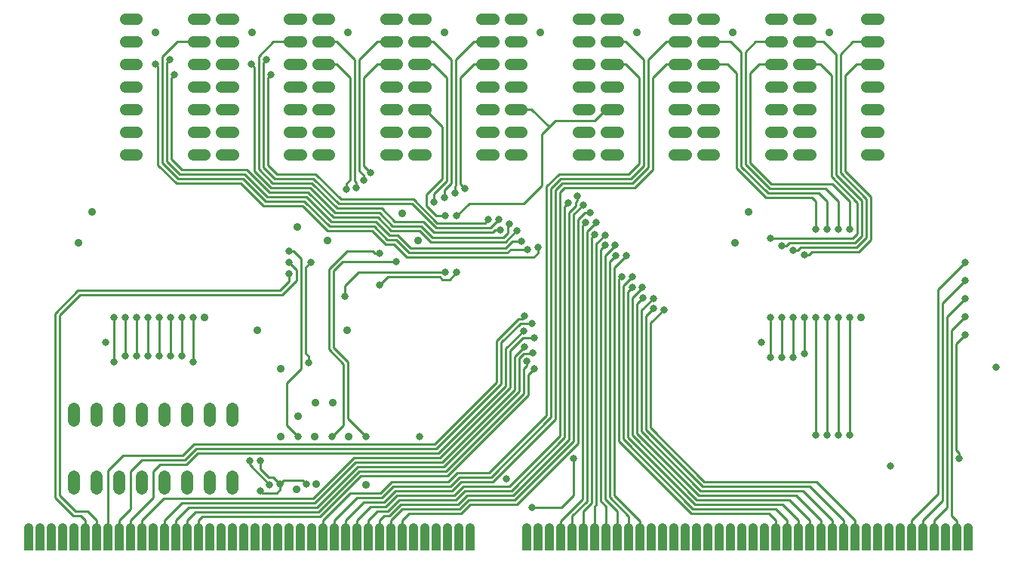
<source format=gbr>
G04 EAGLE Gerber RS-274X export*
G75*
%MOMM*%
%FSLAX34Y34*%
%LPD*%
%INBottom Copper*%
%IPPOS*%
%AMOC8*
5,1,8,0,0,1.08239X$1,22.5*%
G01*
%ADD10C,1.041400*%
%ADD11R,1.041400X2.032000*%
%ADD12C,1.320800*%
%ADD13C,1.308000*%
%ADD14C,0.906400*%
%ADD15C,0.806400*%
%ADD16C,0.254000*%


D10*
X63500Y25400D02*
X63500Y14986D01*
D11*
X63500Y10160D03*
D10*
X76200Y14986D02*
X76200Y25400D01*
D11*
X76200Y10160D03*
D10*
X88900Y14986D02*
X88900Y25400D01*
D11*
X88900Y10160D03*
D10*
X101600Y14986D02*
X101600Y25400D01*
D11*
X101600Y10160D03*
D10*
X114300Y14986D02*
X114300Y25400D01*
D11*
X114300Y10160D03*
D10*
X127000Y14986D02*
X127000Y25400D01*
D11*
X127000Y10160D03*
D10*
X139700Y14986D02*
X139700Y25400D01*
D11*
X139700Y10160D03*
D10*
X152400Y14986D02*
X152400Y25400D01*
D11*
X152400Y10160D03*
D10*
X165100Y14986D02*
X165100Y25400D01*
D11*
X165100Y10160D03*
D10*
X177800Y14986D02*
X177800Y25400D01*
D11*
X177800Y10160D03*
D10*
X190500Y14986D02*
X190500Y25400D01*
D11*
X190500Y10160D03*
D10*
X203200Y14986D02*
X203200Y25400D01*
D11*
X203200Y10160D03*
D10*
X215900Y14986D02*
X215900Y25400D01*
D11*
X215900Y10160D03*
D10*
X228600Y14986D02*
X228600Y25400D01*
D11*
X228600Y10160D03*
D10*
X241300Y14986D02*
X241300Y25400D01*
D11*
X241300Y10160D03*
D10*
X254000Y14986D02*
X254000Y25400D01*
D11*
X254000Y10160D03*
D10*
X266700Y14986D02*
X266700Y25400D01*
D11*
X266700Y10160D03*
D10*
X279400Y14986D02*
X279400Y25400D01*
D11*
X279400Y10160D03*
D10*
X292100Y14986D02*
X292100Y25400D01*
D11*
X292100Y10160D03*
D10*
X304800Y14986D02*
X304800Y25400D01*
D11*
X304800Y10160D03*
D10*
X317500Y14986D02*
X317500Y25400D01*
D11*
X317500Y10160D03*
D10*
X330200Y14986D02*
X330200Y25400D01*
D11*
X330200Y10160D03*
D10*
X342900Y14986D02*
X342900Y25400D01*
D11*
X342900Y10160D03*
D10*
X355600Y14986D02*
X355600Y25400D01*
D11*
X355600Y10160D03*
D10*
X368300Y14986D02*
X368300Y25400D01*
D11*
X368300Y10160D03*
D10*
X381000Y14986D02*
X381000Y25400D01*
D11*
X381000Y10160D03*
D10*
X393700Y14986D02*
X393700Y25400D01*
D11*
X393700Y10160D03*
D10*
X406400Y14986D02*
X406400Y25400D01*
D11*
X406400Y10160D03*
D10*
X419100Y14986D02*
X419100Y25400D01*
D11*
X419100Y10160D03*
D10*
X431800Y14986D02*
X431800Y25400D01*
D11*
X431800Y10160D03*
D10*
X444500Y14986D02*
X444500Y25400D01*
D11*
X444500Y10160D03*
D10*
X457200Y14986D02*
X457200Y25400D01*
D11*
X457200Y10160D03*
D10*
X469900Y14986D02*
X469900Y25400D01*
D11*
X469900Y10160D03*
D10*
X482600Y14986D02*
X482600Y25400D01*
D11*
X482600Y10160D03*
D10*
X495300Y14986D02*
X495300Y25400D01*
D11*
X495300Y10160D03*
D10*
X508000Y14986D02*
X508000Y25400D01*
D11*
X508000Y10160D03*
D10*
X520700Y14986D02*
X520700Y25400D01*
D11*
X520700Y10160D03*
D10*
X533400Y14986D02*
X533400Y25400D01*
D11*
X533400Y10160D03*
D10*
X546100Y14986D02*
X546100Y25400D01*
D11*
X546100Y10160D03*
D10*
X558800Y14986D02*
X558800Y25400D01*
D11*
X558800Y10160D03*
D10*
X622300Y14986D02*
X622300Y25400D01*
D11*
X622300Y10160D03*
D10*
X635000Y14986D02*
X635000Y25400D01*
D11*
X635000Y10160D03*
D10*
X647700Y14986D02*
X647700Y25400D01*
D11*
X647700Y10160D03*
D10*
X660400Y14986D02*
X660400Y25400D01*
D11*
X660400Y10160D03*
D10*
X673100Y14986D02*
X673100Y25400D01*
D11*
X673100Y10160D03*
D10*
X685800Y14986D02*
X685800Y25400D01*
D11*
X685800Y10160D03*
D10*
X698500Y14986D02*
X698500Y25400D01*
D11*
X698500Y10160D03*
D10*
X711200Y14986D02*
X711200Y25400D01*
D11*
X711200Y10160D03*
D10*
X723900Y14986D02*
X723900Y25400D01*
D11*
X723900Y10160D03*
D10*
X736600Y14986D02*
X736600Y25400D01*
D11*
X736600Y10160D03*
D10*
X749300Y14986D02*
X749300Y25400D01*
D11*
X749300Y10160D03*
D10*
X762000Y14986D02*
X762000Y25400D01*
D11*
X762000Y10160D03*
D10*
X774700Y14986D02*
X774700Y25400D01*
D11*
X774700Y10160D03*
D10*
X787400Y14986D02*
X787400Y25400D01*
D11*
X787400Y10160D03*
D10*
X800100Y14986D02*
X800100Y25400D01*
D11*
X800100Y10160D03*
D10*
X812800Y14986D02*
X812800Y25400D01*
D11*
X812800Y10160D03*
D10*
X825500Y14986D02*
X825500Y25400D01*
D11*
X825500Y10160D03*
D10*
X838200Y14986D02*
X838200Y25400D01*
D11*
X838200Y10160D03*
D10*
X850900Y14986D02*
X850900Y25400D01*
D11*
X850900Y10160D03*
D10*
X863600Y14986D02*
X863600Y25400D01*
D11*
X863600Y10160D03*
D10*
X876300Y14986D02*
X876300Y25400D01*
D11*
X876300Y10160D03*
D10*
X889000Y14986D02*
X889000Y25400D01*
D11*
X889000Y10160D03*
D10*
X901700Y14986D02*
X901700Y25400D01*
D11*
X901700Y10160D03*
D10*
X914400Y14986D02*
X914400Y25400D01*
D11*
X914400Y10160D03*
D10*
X927100Y14986D02*
X927100Y25400D01*
D11*
X927100Y10160D03*
D10*
X939800Y14986D02*
X939800Y25400D01*
D11*
X939800Y10160D03*
D10*
X952500Y14986D02*
X952500Y25400D01*
D11*
X952500Y10160D03*
D10*
X965200Y14986D02*
X965200Y25400D01*
D11*
X965200Y10160D03*
D10*
X977900Y14986D02*
X977900Y25400D01*
D11*
X977900Y10160D03*
D10*
X990600Y14986D02*
X990600Y25400D01*
D11*
X990600Y10160D03*
D10*
X1003300Y14986D02*
X1003300Y25400D01*
D11*
X1003300Y10160D03*
D10*
X1016000Y14986D02*
X1016000Y25400D01*
D11*
X1016000Y10160D03*
D10*
X1028700Y14986D02*
X1028700Y25400D01*
D11*
X1028700Y10160D03*
D10*
X1041400Y14986D02*
X1041400Y25400D01*
D11*
X1041400Y10160D03*
D10*
X1054100Y14986D02*
X1054100Y25400D01*
D11*
X1054100Y10160D03*
D10*
X1066800Y14986D02*
X1066800Y25400D01*
D11*
X1066800Y10160D03*
D10*
X1079500Y14986D02*
X1079500Y25400D01*
D11*
X1079500Y10160D03*
D10*
X1092200Y14986D02*
X1092200Y25400D01*
D11*
X1092200Y10160D03*
D10*
X1104900Y14986D02*
X1104900Y25400D01*
D11*
X1104900Y10160D03*
D10*
X1117600Y14986D02*
X1117600Y25400D01*
D11*
X1117600Y10160D03*
D12*
X114300Y69596D02*
X114300Y82804D01*
X139700Y82804D02*
X139700Y69596D01*
X266700Y69596D02*
X266700Y82804D01*
X292100Y82804D02*
X292100Y69596D01*
X165100Y69596D02*
X165100Y82804D01*
X190500Y82804D02*
X190500Y69596D01*
X241300Y69596D02*
X241300Y82804D01*
X215900Y82804D02*
X215900Y69596D01*
X292100Y145796D02*
X292100Y159004D01*
X266700Y159004D02*
X266700Y145796D01*
X241300Y145796D02*
X241300Y159004D01*
X215900Y159004D02*
X215900Y145796D01*
X190500Y145796D02*
X190500Y159004D01*
X165100Y159004D02*
X165100Y145796D01*
X139700Y145796D02*
X139700Y159004D01*
X114300Y159004D02*
X114300Y145796D01*
D13*
X171260Y596900D02*
X184340Y596900D01*
X184340Y571500D02*
X171260Y571500D01*
X171260Y546100D02*
X184340Y546100D01*
X184340Y520700D02*
X171260Y520700D01*
X171260Y495300D02*
X184340Y495300D01*
X184340Y444500D02*
X171260Y444500D01*
X247460Y444500D02*
X260540Y444500D01*
X260540Y495300D02*
X247460Y495300D01*
X247460Y546100D02*
X260540Y546100D01*
X260540Y571500D02*
X247460Y571500D01*
X247460Y596900D02*
X260540Y596900D01*
X184340Y469900D02*
X171260Y469900D01*
X247460Y469900D02*
X260540Y469900D01*
X260540Y520700D02*
X247460Y520700D01*
X279210Y596900D02*
X292290Y596900D01*
X292290Y571500D02*
X279210Y571500D01*
X279210Y546100D02*
X292290Y546100D01*
X292290Y520700D02*
X279210Y520700D01*
X279210Y495300D02*
X292290Y495300D01*
X292290Y444500D02*
X279210Y444500D01*
X355410Y444500D02*
X368490Y444500D01*
X368490Y495300D02*
X355410Y495300D01*
X355410Y546100D02*
X368490Y546100D01*
X368490Y571500D02*
X355410Y571500D01*
X355410Y596900D02*
X368490Y596900D01*
X292290Y469900D02*
X279210Y469900D01*
X355410Y469900D02*
X368490Y469900D01*
X368490Y520700D02*
X355410Y520700D01*
X387160Y596900D02*
X400240Y596900D01*
X400240Y571500D02*
X387160Y571500D01*
X387160Y546100D02*
X400240Y546100D01*
X400240Y520700D02*
X387160Y520700D01*
X387160Y495300D02*
X400240Y495300D01*
X400240Y444500D02*
X387160Y444500D01*
X463360Y444500D02*
X476440Y444500D01*
X476440Y495300D02*
X463360Y495300D01*
X463360Y546100D02*
X476440Y546100D01*
X476440Y571500D02*
X463360Y571500D01*
X463360Y596900D02*
X476440Y596900D01*
X400240Y469900D02*
X387160Y469900D01*
X463360Y469900D02*
X476440Y469900D01*
X476440Y520700D02*
X463360Y520700D01*
X495110Y596900D02*
X508190Y596900D01*
X508190Y571500D02*
X495110Y571500D01*
X495110Y546100D02*
X508190Y546100D01*
X508190Y520700D02*
X495110Y520700D01*
X495110Y495300D02*
X508190Y495300D01*
X508190Y444500D02*
X495110Y444500D01*
X571310Y444500D02*
X584390Y444500D01*
X584390Y495300D02*
X571310Y495300D01*
X571310Y546100D02*
X584390Y546100D01*
X584390Y571500D02*
X571310Y571500D01*
X571310Y596900D02*
X584390Y596900D01*
X508190Y469900D02*
X495110Y469900D01*
X571310Y469900D02*
X584390Y469900D01*
X584390Y520700D02*
X571310Y520700D01*
X603060Y596900D02*
X616140Y596900D01*
X616140Y571500D02*
X603060Y571500D01*
X603060Y546100D02*
X616140Y546100D01*
X616140Y520700D02*
X603060Y520700D01*
X603060Y495300D02*
X616140Y495300D01*
X616140Y444500D02*
X603060Y444500D01*
X679260Y444500D02*
X692340Y444500D01*
X692340Y495300D02*
X679260Y495300D01*
X679260Y546100D02*
X692340Y546100D01*
X692340Y571500D02*
X679260Y571500D01*
X679260Y596900D02*
X692340Y596900D01*
X616140Y469900D02*
X603060Y469900D01*
X679260Y469900D02*
X692340Y469900D01*
X692340Y520700D02*
X679260Y520700D01*
X711010Y596900D02*
X724090Y596900D01*
X724090Y571500D02*
X711010Y571500D01*
X711010Y546100D02*
X724090Y546100D01*
X724090Y520700D02*
X711010Y520700D01*
X711010Y495300D02*
X724090Y495300D01*
X724090Y444500D02*
X711010Y444500D01*
X787210Y444500D02*
X800290Y444500D01*
X800290Y495300D02*
X787210Y495300D01*
X787210Y546100D02*
X800290Y546100D01*
X800290Y571500D02*
X787210Y571500D01*
X787210Y596900D02*
X800290Y596900D01*
X724090Y469900D02*
X711010Y469900D01*
X787210Y469900D02*
X800290Y469900D01*
X800290Y520700D02*
X787210Y520700D01*
X818960Y596900D02*
X832040Y596900D01*
X832040Y571500D02*
X818960Y571500D01*
X818960Y546100D02*
X832040Y546100D01*
X832040Y520700D02*
X818960Y520700D01*
X818960Y495300D02*
X832040Y495300D01*
X832040Y444500D02*
X818960Y444500D01*
X895160Y444500D02*
X908240Y444500D01*
X908240Y495300D02*
X895160Y495300D01*
X895160Y546100D02*
X908240Y546100D01*
X908240Y571500D02*
X895160Y571500D01*
X895160Y596900D02*
X908240Y596900D01*
X832040Y469900D02*
X818960Y469900D01*
X895160Y469900D02*
X908240Y469900D01*
X908240Y520700D02*
X895160Y520700D01*
X926910Y596900D02*
X939990Y596900D01*
X939990Y571500D02*
X926910Y571500D01*
X926910Y546100D02*
X939990Y546100D01*
X939990Y520700D02*
X926910Y520700D01*
X926910Y495300D02*
X939990Y495300D01*
X939990Y444500D02*
X926910Y444500D01*
X1003110Y444500D02*
X1016190Y444500D01*
X1016190Y495300D02*
X1003110Y495300D01*
X1003110Y546100D02*
X1016190Y546100D01*
X1016190Y571500D02*
X1003110Y571500D01*
X1003110Y596900D02*
X1016190Y596900D01*
X939990Y469900D02*
X926910Y469900D01*
X1003110Y469900D02*
X1016190Y469900D01*
X1016190Y520700D02*
X1003110Y520700D01*
D14*
X260350Y261620D03*
X320040Y247650D03*
X420370Y247650D03*
X996950Y261620D03*
X365100Y151130D03*
X404470Y166370D03*
X482600Y378460D03*
X364490Y363220D03*
X205740Y581660D03*
X313690Y581660D03*
X421640Y581660D03*
X529590Y581660D03*
X637540Y581660D03*
X745490Y581660D03*
X853440Y581660D03*
X961390Y581660D03*
X119380Y345440D03*
X855980Y345440D03*
D15*
X1148690Y205740D03*
X1029970Y95250D03*
X598898Y80732D03*
X501650Y127722D03*
D14*
X441960Y74208D03*
X386080Y74930D03*
X363942Y68580D03*
D15*
X149860Y233800D03*
X885190Y233800D03*
D14*
X871220Y380492D03*
X134620Y380492D03*
X346100Y204470D03*
X346100Y128270D03*
X384200Y128270D03*
X422300Y128270D03*
X384810Y166370D03*
X398780Y347980D03*
X500380Y347980D03*
D15*
X345440Y74930D03*
D16*
X345440Y68580D01*
X341630Y64770D01*
X325294Y64770D02*
X323302Y66762D01*
D15*
X323302Y66762D03*
D16*
X325294Y64770D02*
X341630Y64770D01*
D15*
X374476Y74930D03*
D16*
X370666Y78740D01*
X349250Y78740D01*
X345440Y74930D01*
X337820Y82550D01*
X332304Y82550D01*
X323196Y91658D02*
X323196Y100878D01*
D15*
X323196Y100878D03*
D16*
X323196Y91658D02*
X332304Y82550D01*
D15*
X333559Y74111D03*
D16*
X311150Y96520D01*
X311150Y100878D01*
D15*
X311150Y100878D03*
X441960Y128270D03*
D16*
X421640Y148590D01*
X421640Y211654D02*
X405130Y228164D01*
X415038Y324034D02*
X475164Y324034D01*
D15*
X475164Y324034D03*
D16*
X421640Y211654D02*
X421640Y148590D01*
X405130Y228164D02*
X405130Y314126D01*
X415038Y324034D01*
D15*
X403860Y128270D03*
D16*
X416560Y140970D01*
X416560Y209550D02*
X400050Y226060D01*
X400050Y316230D01*
X420370Y336550D01*
X449287Y336550D01*
X451974Y333864D01*
X457054Y333864D01*
D15*
X457054Y333864D03*
D16*
X416560Y209550D02*
X416560Y140970D01*
D15*
X365760Y128270D03*
D16*
X353060Y140970D01*
X369022Y328208D02*
X360680Y336550D01*
X355600Y336550D01*
D15*
X355600Y336550D03*
D16*
X353060Y187960D02*
X353060Y140970D01*
X353060Y187960D02*
X369022Y203922D01*
X369022Y328208D01*
D15*
X377364Y210820D03*
D16*
X377364Y218266D01*
X374102Y221528D01*
X374102Y318222D02*
X379730Y323850D01*
D15*
X379730Y323850D03*
D16*
X374102Y318222D02*
X374102Y221528D01*
X139700Y34290D02*
X139700Y25400D01*
X115570Y44450D02*
X97790Y62230D01*
X129540Y44450D02*
X139700Y34290D01*
X129540Y44450D02*
X115570Y44450D01*
D15*
X355600Y323850D03*
D16*
X97790Y264160D02*
X97790Y62230D01*
X97790Y264160D02*
X120650Y287020D01*
X347544Y287020D02*
X363942Y303418D01*
X363942Y315508D02*
X355600Y323850D01*
X347544Y287020D02*
X120650Y287020D01*
X363942Y303418D02*
X363942Y315508D01*
X127000Y34290D02*
X127000Y25400D01*
X127000Y34290D02*
X121920Y39370D01*
X113030Y39370D02*
X92710Y59690D01*
X113030Y39370D02*
X121920Y39370D01*
D15*
X355600Y311150D03*
D16*
X118546Y292100D02*
X92710Y266264D01*
X92710Y59690D01*
X345440Y292100D02*
X355600Y302260D01*
X355600Y311150D01*
X345440Y292100D02*
X118546Y292100D01*
D15*
X247650Y261620D03*
D16*
X247650Y212090D01*
D15*
X247650Y212090D03*
X234950Y261620D03*
X234950Y218440D03*
D16*
X234950Y261620D01*
D15*
X222250Y261620D03*
X222250Y218440D03*
D16*
X222250Y261620D01*
D15*
X209550Y261620D03*
X209550Y218440D03*
D16*
X209550Y261620D01*
D15*
X196850Y261620D03*
X196850Y218440D03*
D16*
X196850Y261620D01*
D15*
X184150Y261620D03*
X184150Y218440D03*
D16*
X184150Y261620D01*
D15*
X171450Y261620D03*
X171450Y218440D03*
D16*
X171450Y261620D01*
D15*
X158750Y261620D03*
D16*
X158750Y212090D01*
D15*
X158750Y212090D03*
X895350Y261620D03*
X895350Y217170D03*
D16*
X895350Y261620D01*
D15*
X908050Y261620D03*
X908050Y217170D03*
D16*
X908050Y261620D01*
D15*
X920750Y261620D03*
X920750Y217170D03*
D16*
X920750Y261620D01*
D15*
X946150Y261620D03*
X946150Y129540D03*
D16*
X946150Y261620D01*
X924560Y62230D02*
X952500Y34290D01*
X814867Y62230D02*
X745490Y131607D01*
X814867Y62230D02*
X924560Y62230D01*
X745490Y277402D02*
X752204Y284116D01*
D15*
X752204Y284116D03*
D16*
X745490Y277402D02*
X745490Y131607D01*
X952500Y34290D02*
X952500Y25400D01*
D15*
X602242Y366869D03*
D16*
X600884Y356703D02*
X595997Y351816D01*
X600884Y365511D02*
X602242Y366869D01*
X600884Y365511D02*
X600884Y356703D01*
X595997Y351816D02*
X516067Y351816D01*
X503393Y364490D01*
X471606Y364490D01*
X456914Y379182D01*
X406985Y379182D02*
X378497Y407670D01*
X406985Y379182D02*
X456914Y379182D01*
X334882Y407670D02*
X316230Y426322D01*
X334882Y407670D02*
X378497Y407670D01*
X316230Y542838D02*
X312968Y546100D01*
D15*
X312968Y546100D03*
D16*
X316230Y542838D02*
X316230Y426322D01*
X932180Y67310D02*
X965200Y34290D01*
X816971Y67310D02*
X750570Y133711D01*
X816971Y67310D02*
X932180Y67310D01*
X750570Y269972D02*
X763808Y283210D01*
D15*
X763808Y283210D03*
D16*
X750570Y269972D02*
X750570Y133711D01*
X965200Y34290D02*
X965200Y25400D01*
D15*
X592542Y360158D03*
D16*
X586498Y360158D01*
X583410Y357070D01*
X517997Y357070D01*
X505497Y369570D01*
X473710Y369570D02*
X459018Y384262D01*
X473710Y369570D02*
X505497Y369570D01*
X409090Y384262D02*
X380602Y412750D01*
X409090Y384262D02*
X459018Y384262D01*
X336986Y412750D02*
X321310Y428426D01*
X336986Y412750D02*
X380602Y412750D01*
X321310Y554990D02*
X337820Y571500D01*
X361950Y571500D01*
X321310Y554990D02*
X321310Y428426D01*
X939800Y72390D02*
X977900Y34290D01*
X819076Y72390D02*
X755650Y135816D01*
X819076Y72390D02*
X939800Y72390D01*
X755650Y263255D02*
X764001Y271606D01*
D15*
X764001Y271606D03*
D16*
X755650Y263255D02*
X755650Y135816D01*
X977900Y34290D02*
X977900Y25400D01*
D15*
X590724Y371762D03*
D16*
X587462Y368500D01*
X587462Y368307D01*
X581305Y362150D01*
X520102Y362150D01*
X492910Y389342D01*
X411194Y389342D02*
X382706Y417830D01*
X339090Y417830D01*
X411194Y389342D02*
X492910Y389342D01*
X339090Y417830D02*
X326390Y430530D01*
X326390Y547918D02*
X329652Y551180D01*
D15*
X329652Y551180D03*
D16*
X326390Y547918D02*
X326390Y430530D01*
X947420Y77470D02*
X990600Y34290D01*
X821180Y77470D02*
X760730Y137920D01*
X821180Y77470D02*
X947420Y77470D01*
X760730Y255635D02*
X775605Y270510D01*
D15*
X775605Y270510D03*
D16*
X760730Y255635D02*
X760730Y137920D01*
X990600Y34290D02*
X990600Y25400D01*
D15*
X579120Y371762D03*
D16*
X575310Y367952D01*
X521484Y367952D01*
X495014Y394422D01*
X413298Y394422D02*
X384810Y422910D01*
X341630Y422910D01*
X413298Y394422D02*
X495014Y394422D01*
X341630Y422910D02*
X331470Y433070D01*
X331470Y531234D02*
X334732Y534496D01*
D15*
X334732Y534496D03*
D16*
X331470Y531234D02*
X331470Y433070D01*
D15*
X417830Y285750D03*
D16*
X417830Y297180D01*
X433070Y312420D02*
X530860Y312420D01*
D15*
X530860Y312420D03*
D16*
X433070Y312420D02*
X417830Y297180D01*
D15*
X530860Y376294D03*
D16*
X520326Y376294D01*
X509270Y387350D01*
X509270Y400050D01*
X527050Y417830D01*
X527050Y476250D02*
X508000Y495300D01*
X501650Y495300D01*
X527050Y476250D02*
X527050Y417830D01*
D15*
X457200Y298450D03*
D16*
X466090Y307340D01*
D15*
X543560Y312420D03*
D16*
X527405Y304078D02*
X524143Y307340D01*
X527405Y304078D02*
X535218Y304078D01*
X543560Y312420D01*
D15*
X543560Y376294D03*
D16*
X557156Y389890D01*
X618490Y389890D02*
X638810Y410210D01*
X524143Y307340D02*
X466090Y307340D01*
X557156Y389890D02*
X618490Y389890D01*
X647065Y475615D02*
X627380Y495300D01*
X609600Y495300D01*
X638810Y467360D02*
X638810Y410210D01*
X647065Y475615D02*
X654050Y482600D01*
X647065Y475615D02*
X638810Y467360D01*
X711200Y495300D02*
X717550Y495300D01*
X711200Y495300D02*
X698500Y482600D01*
X654050Y482600D01*
X684530Y57586D02*
X660400Y33456D01*
X684530Y365430D02*
X687792Y368692D01*
D15*
X687792Y368692D03*
D16*
X684530Y365430D02*
X684530Y57586D01*
X660400Y33456D02*
X660400Y25400D01*
D15*
X447040Y424180D03*
D16*
X439420Y431800D02*
X439420Y530860D01*
X439420Y431800D02*
X447040Y424180D01*
X439420Y530860D02*
X454660Y546100D01*
X469900Y546100D01*
X689610Y55482D02*
X673100Y38972D01*
X689610Y358514D02*
X699396Y368300D01*
D15*
X699396Y368300D03*
D16*
X689610Y358514D02*
X689610Y55482D01*
X673100Y38972D02*
X673100Y25400D01*
D15*
X438835Y415838D03*
D16*
X454660Y571500D02*
X469900Y571500D01*
X438835Y421858D02*
X438835Y415838D01*
X438835Y421858D02*
X434340Y426353D01*
X434340Y551180D02*
X454660Y571500D01*
X434340Y551180D02*
X434340Y426353D01*
X694690Y53377D02*
X685800Y44487D01*
X694690Y351797D02*
X697952Y355059D01*
D15*
X697952Y355059D03*
D16*
X694690Y351797D02*
X694690Y53377D01*
X685800Y44487D02*
X685800Y25400D01*
D15*
X430766Y407496D03*
D16*
X430766Y413379D01*
X429223Y414923D01*
X429223Y551217D02*
X408940Y571500D01*
X393700Y571500D01*
X429223Y551217D02*
X429223Y414923D01*
X699770Y51273D02*
X698500Y50003D01*
X699770Y344544D02*
X709556Y354330D01*
D15*
X709556Y354330D03*
D16*
X699770Y105410D02*
X699770Y51273D01*
X699770Y105410D02*
X699770Y344544D01*
X698500Y50003D02*
X698500Y25400D01*
D15*
X419162Y405678D03*
D16*
X419162Y411941D01*
X408940Y546100D02*
X393700Y546100D01*
X424143Y416921D02*
X419162Y411941D01*
X424143Y416921D02*
X424143Y530897D01*
X408940Y546100D01*
X704850Y55880D02*
X711200Y49530D01*
X704850Y337827D02*
X709749Y342726D01*
D15*
X709749Y342726D03*
D16*
X704850Y337827D02*
X704850Y55880D01*
X711200Y49530D02*
X711200Y25400D01*
D15*
X552450Y406948D03*
D16*
X547370Y412028D01*
X547370Y530860D01*
X562610Y546100D01*
X577850Y546100D01*
X709930Y57984D02*
X723900Y44014D01*
D15*
X721353Y342900D03*
D16*
X718091Y339638D02*
X718091Y339271D01*
X718091Y339638D02*
X721353Y342900D01*
X718091Y339271D02*
X709930Y331109D01*
X709930Y57984D01*
X723900Y44014D02*
X723900Y25400D01*
D15*
X541119Y401868D03*
D16*
X541119Y409039D01*
X542290Y410210D01*
X542290Y551180D02*
X562610Y571500D01*
X577850Y571500D01*
X542290Y551180D02*
X542290Y410210D01*
X715010Y60089D02*
X736600Y38499D01*
X715010Y324392D02*
X721724Y331106D01*
D15*
X721724Y331106D03*
D16*
X715010Y324392D02*
X715010Y60089D01*
X736600Y38499D02*
X736600Y25400D01*
X529406Y396056D02*
X529406Y405055D01*
X537210Y412859D01*
X537210Y551180D02*
X516890Y571500D01*
X501650Y571500D01*
X537210Y551180D02*
X537210Y412859D01*
D15*
X529406Y396056D03*
D16*
X720090Y62193D02*
X749300Y32983D01*
D15*
X733328Y331470D03*
D16*
X730066Y328208D02*
X730066Y327651D01*
X730066Y328208D02*
X733328Y331470D01*
X730066Y327651D02*
X720090Y317675D01*
X720090Y62193D01*
X749300Y32983D02*
X749300Y25400D01*
X517802Y391708D02*
X517802Y400962D01*
X532130Y530860D02*
X516890Y546100D01*
X501650Y546100D01*
X532130Y415290D02*
X517802Y400962D01*
X532130Y415290D02*
X532130Y530860D01*
D15*
X517802Y391708D03*
D16*
X894080Y41910D02*
X901700Y34290D01*
X806450Y41910D02*
X725170Y123190D01*
X806450Y41910D02*
X894080Y41910D01*
X725170Y304607D02*
X728432Y307869D01*
D15*
X728432Y307869D03*
D16*
X725170Y304607D02*
X725170Y123190D01*
X901700Y34290D02*
X901700Y25400D01*
D15*
X634330Y340341D03*
D16*
X629690Y329478D02*
X487636Y329478D01*
X472944Y344170D01*
X463189Y344170D01*
X448497Y358862D01*
X398568Y358862D02*
X370080Y387350D01*
X398568Y358862D02*
X448497Y358862D01*
X326465Y387350D02*
X301065Y412750D01*
X326465Y387350D02*
X370080Y387350D01*
X228637Y412750D02*
X208280Y433107D01*
X228637Y412750D02*
X301065Y412750D01*
X208280Y542838D02*
X205018Y546100D01*
D15*
X205018Y546100D03*
D16*
X208280Y542838D02*
X208280Y433107D01*
X629690Y329478D02*
X634330Y334119D01*
X634330Y340341D01*
X901700Y46990D02*
X914400Y34290D01*
X808554Y46990D02*
X730250Y125294D01*
X808554Y46990D02*
X901700Y46990D01*
X730250Y297554D02*
X740036Y307340D01*
D15*
X740036Y307340D03*
D16*
X730250Y297554D02*
X730250Y125294D01*
X914400Y34290D02*
X914400Y25400D01*
D15*
X622726Y338122D03*
D16*
X603856Y338122D01*
X600292Y334558D01*
X489740Y334558D01*
X475048Y349250D01*
X465293Y349250D01*
X450601Y363942D01*
X400673Y363942D02*
X372185Y392430D01*
X400673Y363942D02*
X450601Y363942D01*
X328569Y392430D02*
X303169Y417830D01*
X328569Y392430D02*
X372185Y392430D01*
X230742Y417830D02*
X213360Y435212D01*
X230742Y417830D02*
X303169Y417830D01*
X213360Y554990D02*
X229870Y571500D01*
X254000Y571500D01*
X213360Y554990D02*
X213360Y435212D01*
X909320Y52070D02*
X927100Y34290D01*
X810659Y52070D02*
X735330Y127399D01*
X810659Y52070D02*
X909320Y52070D01*
X735330Y290837D02*
X740229Y295736D01*
D15*
X740229Y295736D03*
D16*
X735330Y290837D02*
X735330Y127399D01*
X927100Y34290D02*
X927100Y25400D01*
D15*
X615664Y347470D03*
D16*
X606020Y347470D01*
X598188Y339638D01*
X491845Y339638D01*
X477153Y354330D01*
X467397Y354330D02*
X452705Y369022D01*
X467397Y354330D02*
X477153Y354330D01*
X402777Y369022D02*
X374289Y397510D01*
X402777Y369022D02*
X452705Y369022D01*
X330673Y397510D02*
X305273Y422910D01*
X330673Y397510D02*
X374289Y397510D01*
X232846Y422910D02*
X218440Y437316D01*
X232846Y422910D02*
X305273Y422910D01*
X218440Y547918D02*
X221702Y551180D01*
D15*
X221702Y551180D03*
D16*
X218440Y547918D02*
X218440Y437316D01*
X916940Y57150D02*
X939800Y34290D01*
X812763Y57150D02*
X740410Y129503D01*
X812763Y57150D02*
X916940Y57150D01*
D15*
X751833Y295910D03*
D16*
X748571Y292648D02*
X748571Y292281D01*
X748571Y292648D02*
X751833Y295910D01*
X748571Y292281D02*
X740410Y284119D01*
X740410Y129503D01*
X939800Y34290D02*
X939800Y25400D01*
D15*
X610584Y358800D03*
D16*
X610166Y358800D01*
X598102Y346736D01*
X513963Y346736D02*
X501289Y359410D01*
X469502Y359410D01*
X454810Y374102D01*
X513963Y346736D02*
X598102Y346736D01*
X404881Y374102D02*
X376393Y402590D01*
X404881Y374102D02*
X454810Y374102D01*
X376393Y402590D02*
X332777Y402590D01*
X307377Y427990D01*
X234950Y427990D01*
X223520Y439420D01*
X223520Y531234D02*
X226782Y534496D01*
D15*
X226782Y534496D03*
D16*
X223520Y531234D02*
X223520Y439420D01*
X579630Y87630D02*
X643890Y151890D01*
X544070Y87630D02*
X533910Y77470D01*
X544070Y87630D02*
X579630Y87630D01*
X533910Y77470D02*
X480060Y77470D01*
X424180Y64770D02*
X393700Y34290D01*
X457275Y64770D02*
X469975Y77470D01*
X480060Y77470D01*
X457275Y64770D02*
X424180Y64770D01*
X393700Y34290D02*
X393700Y25400D01*
X643890Y408903D02*
X657897Y422910D01*
X643890Y408903D02*
X643890Y151890D01*
X736600Y422910D02*
X748030Y434340D01*
X736600Y422910D02*
X657897Y422910D01*
X748030Y530860D02*
X732790Y546100D01*
X717550Y546100D01*
X748030Y530860D02*
X748030Y434340D01*
X648970Y149786D02*
X581735Y82550D01*
X546175Y82550D02*
X536015Y72390D01*
X546175Y82550D02*
X581735Y82550D01*
X431800Y59690D02*
X406400Y34290D01*
X431800Y59690D02*
X459379Y59690D01*
X472079Y72390D01*
X536015Y72390D01*
X406400Y34290D02*
X406400Y25400D01*
X648970Y406799D02*
X660002Y417830D01*
X648970Y406799D02*
X648970Y149786D01*
X738704Y417830D02*
X753110Y432236D01*
X738704Y417830D02*
X660002Y417830D01*
X753110Y551180D02*
X732790Y571500D01*
X717550Y571500D01*
X753110Y551180D02*
X753110Y432236D01*
X654050Y147681D02*
X583839Y77470D01*
X548279Y77470D02*
X538119Y67310D01*
X548279Y77470D02*
X583839Y77470D01*
X538119Y67310D02*
X488950Y67310D01*
X439420Y54610D02*
X419100Y34290D01*
X439420Y54610D02*
X461483Y54610D01*
X474183Y67310D02*
X488950Y67310D01*
X474183Y67310D02*
X461483Y54610D01*
X419100Y34290D02*
X419100Y25400D01*
X654050Y404694D02*
X662106Y412750D01*
X654050Y404694D02*
X654050Y147681D01*
X740809Y412750D02*
X758190Y430132D01*
X740809Y412750D02*
X662106Y412750D01*
X758190Y551180D02*
X778510Y571500D01*
X793750Y571500D01*
X758190Y551180D02*
X758190Y430132D01*
X659130Y129067D02*
X602453Y72390D01*
X659130Y129067D02*
X659130Y402590D01*
X550383Y72390D02*
X540223Y62230D01*
X550383Y72390D02*
X602453Y72390D01*
X447040Y49530D02*
X431800Y34290D01*
X447040Y49530D02*
X463587Y49530D01*
X476287Y62230D01*
X540223Y62230D01*
X431800Y34290D02*
X431800Y25400D01*
X659130Y402590D02*
X664210Y407670D01*
X742913Y407670D02*
X763270Y428027D01*
X742913Y407670D02*
X664210Y407670D01*
X763270Y530860D02*
X778510Y546100D01*
X793750Y546100D01*
X763270Y530860D02*
X763270Y428027D01*
X664210Y126963D02*
X604557Y67310D01*
X552487Y67310D02*
X542327Y57150D01*
X552487Y67310D02*
X604557Y67310D01*
X542327Y57150D02*
X488950Y57150D01*
X454660Y44450D02*
X444500Y34290D01*
X454660Y44450D02*
X465692Y44450D01*
X478392Y57150D01*
X488950Y57150D01*
X444500Y34290D02*
X444500Y25400D01*
X664210Y386447D02*
X668394Y390631D01*
D15*
X668394Y390631D03*
D16*
X664210Y386447D02*
X664210Y126963D01*
X669290Y124859D02*
X606662Y62230D01*
X554592Y62230D02*
X544432Y52070D01*
X554592Y62230D02*
X606662Y62230D01*
X462280Y39370D02*
X457200Y34290D01*
X462280Y39370D02*
X467796Y39370D01*
X480496Y52070D01*
X544432Y52070D01*
X457200Y34290D02*
X457200Y25400D01*
D15*
X678554Y398425D03*
D16*
X676736Y391527D02*
X676736Y387176D01*
X676736Y391527D02*
X678554Y393345D01*
X678554Y398425D01*
X669290Y379730D02*
X669290Y124859D01*
X669290Y379730D02*
X676736Y387176D01*
X674370Y122754D02*
X608766Y57150D01*
X556696Y57150D02*
X546536Y46990D01*
X556696Y57150D02*
X584200Y57150D01*
X608766Y57150D01*
X482600Y46990D02*
X469900Y34290D01*
X482600Y46990D02*
X546536Y46990D01*
X469900Y34290D02*
X469900Y25400D01*
X674370Y377364D02*
X685078Y388072D01*
D15*
X685078Y388072D03*
D16*
X674370Y377364D02*
X674370Y122754D01*
X679450Y120650D02*
X610870Y52070D01*
X490220Y41910D02*
X482600Y34290D01*
X490220Y41910D02*
X548640Y41910D01*
X558800Y52070D01*
X610870Y52070D01*
X679450Y120650D02*
X679450Y372147D01*
X482600Y34290D02*
X482600Y25400D01*
X679450Y372147D02*
X687033Y379730D01*
X693420Y379730D01*
D15*
X693420Y379730D03*
D16*
X257810Y38100D02*
X254000Y34290D01*
X390326Y38100D02*
X436046Y83820D01*
X390326Y38100D02*
X257810Y38100D01*
X436046Y83820D02*
X533076Y83820D01*
D15*
X630468Y204470D03*
D16*
X623807Y174551D02*
X533076Y83820D01*
X623807Y197809D02*
X630468Y204470D01*
X623807Y197809D02*
X623807Y174551D01*
X254000Y34290D02*
X254000Y25400D01*
X951230Y546100D02*
X963930Y533400D01*
X951230Y546100D02*
X933450Y546100D01*
X993140Y390724D02*
X993140Y355600D01*
X988060Y350520D01*
X963930Y419934D02*
X963930Y533400D01*
X963930Y419934D02*
X993140Y390724D01*
D15*
X895350Y350520D03*
D16*
X988060Y350520D01*
X250190Y43180D02*
X241300Y34290D01*
X388222Y43180D02*
X433942Y88900D01*
X388222Y43180D02*
X250190Y43180D01*
X433942Y88900D02*
X530972Y88900D01*
D15*
X621989Y212401D03*
D16*
X621989Y207321D02*
X618727Y204059D01*
X621989Y207321D02*
X621989Y212401D01*
X618727Y176655D02*
X530972Y88900D01*
X618727Y176655D02*
X618727Y204059D01*
X241300Y34290D02*
X241300Y25400D01*
X955040Y571500D02*
X969010Y557530D01*
X955040Y571500D02*
X933450Y571500D01*
X998220Y392829D02*
X998220Y353496D01*
X990164Y345440D01*
X969010Y422039D02*
X969010Y557530D01*
X969010Y422039D02*
X998220Y392829D01*
X916392Y345440D02*
X913130Y342178D01*
X908050Y342178D01*
D15*
X908050Y342178D03*
D16*
X916392Y345440D02*
X990164Y345440D01*
X242570Y48260D02*
X228600Y34290D01*
X386117Y48260D02*
X431837Y93980D01*
X386117Y48260D02*
X242570Y48260D01*
X431837Y93980D02*
X528868Y93980D01*
X613647Y178759D01*
D15*
X628909Y221892D03*
D16*
X618533Y220743D02*
X613647Y215857D01*
X627760Y220743D02*
X628909Y221892D01*
X627760Y220743D02*
X618533Y220743D01*
X613647Y215857D02*
X613647Y178759D01*
X228600Y34290D02*
X228600Y25400D01*
X974090Y557530D02*
X988060Y571500D01*
X1009650Y571500D01*
X974090Y424143D02*
X1003300Y394933D01*
X1003300Y351392D02*
X992269Y340360D01*
X974090Y424143D02*
X974090Y557530D01*
X1003300Y394933D02*
X1003300Y351392D01*
X929092Y340360D02*
X925830Y337098D01*
X920750Y337098D01*
D15*
X920750Y337098D03*
D16*
X929092Y340360D02*
X992269Y340360D01*
X234950Y53340D02*
X215900Y34290D01*
X384013Y53340D02*
X429733Y99060D01*
X384013Y53340D02*
X234950Y53340D01*
X429733Y99060D02*
X526763Y99060D01*
X608567Y180864D01*
D15*
X619691Y229085D03*
D16*
X608567Y217961D01*
X608567Y180864D01*
X215900Y34290D02*
X215900Y25400D01*
X979170Y533400D02*
X991870Y546100D01*
X1009650Y546100D01*
X979170Y426247D02*
X1008380Y397037D01*
X1008380Y349287D01*
X994373Y335280D01*
X979170Y426247D02*
X979170Y533400D01*
X941792Y335280D02*
X938530Y332018D01*
X933450Y332018D01*
D15*
X933450Y332018D03*
D16*
X941792Y335280D02*
X994373Y335280D01*
X214630Y58420D02*
X190500Y34290D01*
X381909Y58420D02*
X427629Y104140D01*
X327660Y58420D02*
X214630Y58420D01*
X327660Y58420D02*
X381909Y58420D01*
X427629Y104140D02*
X524659Y104140D01*
X603487Y182968D01*
D15*
X630468Y238576D03*
D16*
X617385Y238576D02*
X603487Y224678D01*
X617385Y238576D02*
X630468Y238576D01*
X603487Y224678D02*
X603487Y182968D01*
X190500Y34290D02*
X190500Y25400D01*
X847090Y546100D02*
X857250Y535940D01*
X847090Y546100D02*
X825500Y546100D01*
X857250Y429297D02*
X890307Y396240D01*
X942340Y396240D02*
X946150Y392430D01*
X946150Y360680D01*
D15*
X946150Y360680D03*
D16*
X857250Y429297D02*
X857250Y535940D01*
X890307Y396240D02*
X942340Y396240D01*
X210820Y96520D02*
X203200Y88900D01*
X203200Y59690D02*
X177800Y34290D01*
X203200Y59690D02*
X203200Y88900D01*
X240105Y96520D02*
X252805Y109220D01*
X240105Y96520D02*
X210820Y96520D01*
X252805Y109220D02*
X522555Y109220D01*
X598407Y185072D01*
D15*
X618490Y246918D03*
D16*
X598407Y226835D01*
X598407Y185072D01*
X177800Y34290D02*
X177800Y25400D01*
X850900Y571500D02*
X862330Y560070D01*
X850900Y571500D02*
X825500Y571500D01*
X862330Y431402D02*
X892412Y401320D01*
X949960Y401320D02*
X958850Y392430D01*
X958850Y360680D01*
D15*
X958850Y360680D03*
D16*
X862330Y431402D02*
X862330Y560070D01*
X892412Y401320D02*
X949960Y401320D01*
X177800Y46990D02*
X165100Y34290D01*
X177800Y46990D02*
X177800Y88900D01*
X190500Y101600D01*
X238000Y101600D02*
X250700Y114300D01*
X238000Y101600D02*
X190500Y101600D01*
X250700Y114300D02*
X520451Y114300D01*
X593327Y187176D01*
D15*
X628170Y255260D03*
D16*
X615035Y255260D01*
X593327Y233552D01*
X593327Y187176D01*
X165100Y34290D02*
X165100Y25400D01*
X867410Y560070D02*
X878840Y571500D01*
X901700Y571500D01*
X867410Y433506D02*
X894516Y406400D01*
X957580Y406400D02*
X971550Y392430D01*
X971550Y360680D01*
D15*
X971550Y360680D03*
D16*
X867410Y433506D02*
X867410Y560070D01*
X894516Y406400D02*
X957580Y406400D01*
X168910Y106680D02*
X152400Y90170D01*
X235896Y106680D02*
X248596Y119380D01*
X235896Y106680D02*
X168910Y106680D01*
X248596Y119380D02*
X518346Y119380D01*
X588247Y189281D01*
D15*
X619760Y263602D03*
D16*
X612930Y260340D02*
X588247Y235657D01*
X612930Y260340D02*
X616498Y260340D01*
X619760Y263602D01*
X588247Y235657D02*
X588247Y189281D01*
X152400Y90170D02*
X152400Y25400D01*
X872490Y535940D02*
X882650Y546100D01*
X901700Y546100D01*
X872490Y535940D02*
X872490Y435610D01*
X896620Y411480D01*
X965200Y411480D02*
X984250Y392430D01*
X984250Y360680D01*
D15*
X984250Y360680D03*
D16*
X965200Y411480D02*
X896620Y411480D01*
D15*
X1113790Y323850D03*
D16*
X1054100Y34290D02*
X1054100Y25400D01*
X1054100Y34290D02*
X1083310Y63500D01*
X1083310Y293370D02*
X1113790Y323850D01*
X1083310Y293370D02*
X1083310Y63500D01*
D15*
X1113790Y303530D03*
D16*
X1066800Y34290D02*
X1066800Y25400D01*
X1066800Y34290D02*
X1088390Y55880D01*
X1088390Y278130D02*
X1113790Y303530D01*
X1088390Y278130D02*
X1088390Y55880D01*
D15*
X1113790Y283210D03*
D16*
X1079500Y34290D02*
X1079500Y25400D01*
X1079500Y34290D02*
X1093470Y48260D01*
X1093470Y262890D02*
X1113790Y283210D01*
X1093470Y262890D02*
X1093470Y48260D01*
D15*
X1113790Y262890D03*
D16*
X1104900Y33020D02*
X1104900Y25400D01*
X1104900Y33020D02*
X1098550Y39370D01*
X1098550Y247650D01*
X1113790Y262890D01*
D15*
X1113790Y242570D03*
X627740Y48803D03*
D16*
X660943Y48803D01*
X674370Y62230D02*
X674370Y103592D01*
D15*
X674370Y103592D03*
X1106892Y103592D03*
D16*
X1106892Y109220D01*
X1103630Y112482D01*
X1103630Y232410D02*
X1113790Y242570D01*
X674370Y62230D02*
X660943Y48803D01*
X1103630Y112482D02*
X1103630Y232410D01*
D15*
X933450Y261620D03*
D16*
X933450Y220830D01*
D15*
X933450Y220830D03*
X958850Y261620D03*
X958850Y129540D03*
D16*
X958850Y261620D01*
D15*
X971550Y261620D03*
X971550Y129540D03*
D16*
X971550Y261620D01*
D15*
X984250Y261620D03*
D16*
X984250Y226060D01*
D15*
X984250Y129540D03*
D16*
X984250Y226060D01*
M02*

</source>
